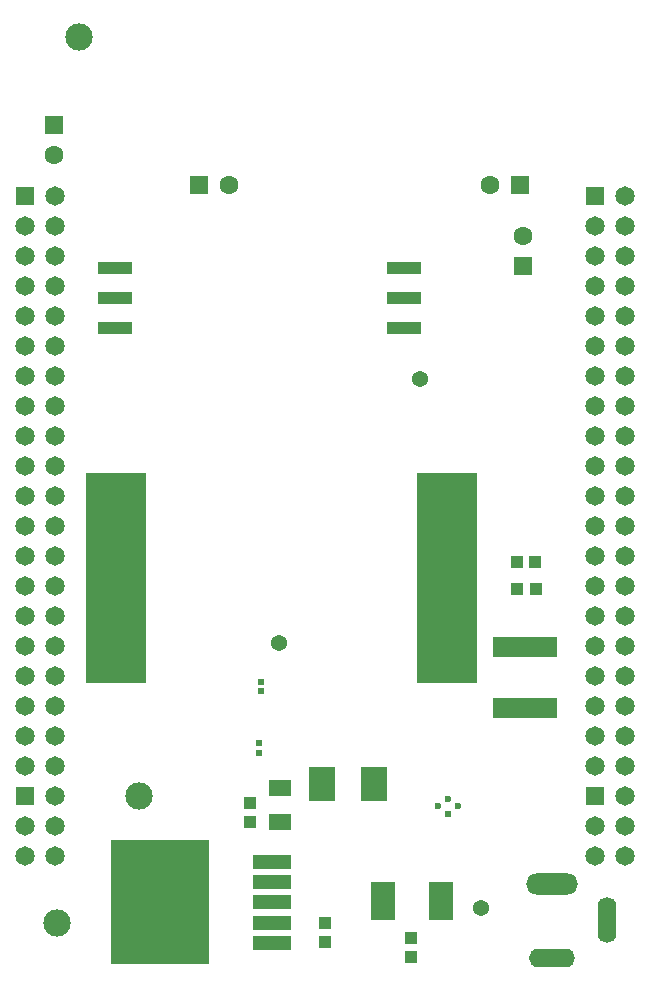
<source format=gbs>
%FSLAX25Y25*%
%MOIN*%
G70*
G01*
G75*
G04 Layer_Color=16711935*
%ADD10R,0.03937X0.03740*%
%ADD11O,0.06299X0.02362*%
%ADD12O,0.02362X0.06299*%
%ADD13R,0.03150X0.02362*%
%ADD14R,0.08661X0.03937*%
%ADD15R,0.04724X0.03937*%
%ADD16O,0.02362X0.00984*%
%ADD17R,0.04724X0.07874*%
%ADD18R,0.03150X0.03150*%
%ADD19R,0.06300X0.05000*%
%ADD20R,0.05906X0.07480*%
%ADD21O,0.00945X0.02362*%
%ADD22R,0.08465X0.06693*%
%ADD23R,0.03740X0.03937*%
%ADD24R,0.02362X0.05906*%
%ADD25C,0.04500*%
%ADD26C,0.03500*%
%ADD27C,0.02000*%
%ADD28C,0.01000*%
%ADD29C,0.06300*%
%ADD30C,0.04000*%
%ADD31C,0.06500*%
%ADD32C,0.06000*%
%ADD33C,0.02200*%
%ADD34R,0.01732X0.00787*%
%ADD35C,0.06000*%
%ADD36O,0.16929X0.06693*%
%ADD37O,0.05906X0.14961*%
%ADD38O,0.14961X0.05906*%
%ADD39C,0.05906*%
%ADD40R,0.05906X0.05906*%
%ADD41C,0.08700*%
%ADD42C,0.06496*%
%ADD43R,0.06496X0.06496*%
%ADD44R,0.05906X0.05906*%
%ADD45C,0.05000*%
%ADD46C,0.02000*%
%ADD47C,0.01969*%
%ADD48R,0.11024X0.03937*%
%ADD49R,0.07284X0.05118*%
%ADD50R,0.07717X0.12402*%
%ADD51R,0.08500X0.10799*%
%ADD52R,0.20866X0.06299*%
%ADD53R,0.12598X0.04134*%
%ADD54R,0.32677X0.41142*%
%ADD55R,0.20079X0.70079*%
%ADD56C,0.01500*%
%ADD57C,0.00799*%
%ADD58C,0.00984*%
%ADD59C,0.00700*%
%ADD60C,0.00701*%
%ADD61C,0.00787*%
%ADD62C,0.00669*%
%ADD63C,0.00800*%
%ADD64C,0.00600*%
%ADD65R,0.00886X0.03937*%
%ADD66R,0.04000X0.02000*%
%ADD67R,0.02000X0.04000*%
%ADD68R,0.10350X0.01000*%
%ADD69R,0.01000X0.11000*%
%ADD70R,0.04433X0.07043*%
%ADD71R,0.02362X0.02756*%
%ADD72R,0.03839X0.06102*%
%ADD73R,0.00000X0.03150*%
%ADD74R,0.00000X0.00000*%
%ADD75R,0.04337X0.04140*%
%ADD76O,0.06699X0.02762*%
%ADD77O,0.02762X0.06699*%
%ADD78R,0.03550X0.02762*%
%ADD79R,0.09061X0.04337*%
%ADD80R,0.05124X0.04337*%
%ADD81O,0.02762X0.01384*%
%ADD82R,0.05124X0.08274*%
%ADD83R,0.03550X0.03550*%
%ADD84R,0.06700X0.05400*%
%ADD85R,0.06306X0.07880*%
%ADD86O,0.01345X0.02762*%
%ADD87R,0.08865X0.07093*%
%ADD88R,0.04140X0.04337*%
%ADD89R,0.02762X0.06306*%
%ADD90R,0.02132X0.01187*%
%ADD91O,0.17329X0.07093*%
%ADD92O,0.06306X0.15361*%
%ADD93O,0.15361X0.06306*%
%ADD94C,0.06306*%
%ADD95R,0.06306X0.06306*%
%ADD96C,0.09100*%
%ADD97R,0.06306X0.06306*%
%ADD98C,0.05400*%
%ADD99C,0.02369*%
%ADD100C,0.02362*%
%ADD101R,0.11424X0.04337*%
%ADD102R,0.07684X0.05518*%
%ADD103R,0.08117X0.12802*%
%ADD104R,0.08900X0.11199*%
%ADD105R,0.21266X0.06699*%
%ADD106R,0.12998X0.04534*%
%ADD107R,0.33077X0.41542*%
%ADD108R,0.20479X0.70479*%
D42*
X17500Y-167500D02*
D03*
X7500D02*
D03*
X17500Y-157500D02*
D03*
X7500D02*
D03*
X17500Y-147500D02*
D03*
X7500D02*
D03*
X17500Y-77500D02*
D03*
X7500Y-87500D02*
D03*
X17500D02*
D03*
X7500Y-97500D02*
D03*
X17500D02*
D03*
X7500Y-107500D02*
D03*
X17500D02*
D03*
X7500Y-117500D02*
D03*
X17500D02*
D03*
X7500Y-127500D02*
D03*
X17500D02*
D03*
X7500Y-137500D02*
D03*
X17500D02*
D03*
X7500Y-177500D02*
D03*
X17500D02*
D03*
X7500Y-187500D02*
D03*
X17500D02*
D03*
X7500Y-197500D02*
D03*
X17500D02*
D03*
X7500Y-207500D02*
D03*
X17500D02*
D03*
X7500Y-217500D02*
D03*
X17500D02*
D03*
X7500Y-227500D02*
D03*
X17500D02*
D03*
X7500Y-237500D02*
D03*
X17500D02*
D03*
X7500Y-247500D02*
D03*
X17500D02*
D03*
X7500Y-257500D02*
D03*
X17500D02*
D03*
X7500Y-267500D02*
D03*
X17500D02*
D03*
X207500Y-167500D02*
D03*
X197500D02*
D03*
X207500Y-157500D02*
D03*
X197500D02*
D03*
X207500Y-147500D02*
D03*
X197500D02*
D03*
X207500Y-77500D02*
D03*
X197500Y-87500D02*
D03*
X207500D02*
D03*
X197500Y-97500D02*
D03*
X207500D02*
D03*
X197500Y-107500D02*
D03*
X207500D02*
D03*
X197500Y-117500D02*
D03*
X207500D02*
D03*
X197500Y-127500D02*
D03*
X207500D02*
D03*
X197500Y-137500D02*
D03*
X207500D02*
D03*
X197500Y-177500D02*
D03*
X207500D02*
D03*
X197500Y-187500D02*
D03*
X207500D02*
D03*
X197500Y-197500D02*
D03*
X207500D02*
D03*
X197500Y-207500D02*
D03*
X207500D02*
D03*
X197500Y-217500D02*
D03*
X207500D02*
D03*
X197500Y-227500D02*
D03*
X207500D02*
D03*
X197500Y-237500D02*
D03*
X207500D02*
D03*
X197500Y-247500D02*
D03*
X207500D02*
D03*
X197500Y-257500D02*
D03*
X207500D02*
D03*
X197500Y-267500D02*
D03*
X207500D02*
D03*
Y-297500D02*
D03*
X197500D02*
D03*
X207500Y-287500D02*
D03*
X197500D02*
D03*
X207500Y-277500D02*
D03*
X17500Y-297500D02*
D03*
X7500D02*
D03*
X17500Y-287500D02*
D03*
X7500D02*
D03*
X17500Y-277500D02*
D03*
D43*
X7500Y-77500D02*
D03*
X197500D02*
D03*
Y-277500D02*
D03*
X7500D02*
D03*
D75*
X177555Y-199500D02*
D03*
X171256D02*
D03*
X177650Y-208500D02*
D03*
X171350D02*
D03*
D88*
X82500Y-279850D02*
D03*
Y-286150D02*
D03*
X107500Y-319850D02*
D03*
Y-326150D02*
D03*
X136000Y-324850D02*
D03*
Y-331150D02*
D03*
D91*
X183000Y-306900D02*
D03*
D92*
X201504Y-318700D02*
D03*
D93*
X183000Y-331500D02*
D03*
D94*
X162500Y-74000D02*
D03*
X75500D02*
D03*
X17000Y-64000D02*
D03*
X173500Y-91000D02*
D03*
D95*
X172500Y-74000D02*
D03*
X65500D02*
D03*
D96*
X45500Y-277500D02*
D03*
X25500Y-24500D02*
D03*
X18000Y-320000D02*
D03*
D97*
X17000Y-54000D02*
D03*
X173500Y-101000D02*
D03*
D98*
X159500Y-315000D02*
D03*
X139000Y-138500D02*
D03*
X92000Y-226500D02*
D03*
D99*
X86000Y-242550D02*
D03*
Y-239450D02*
D03*
X85500Y-263050D02*
D03*
Y-259950D02*
D03*
X148500Y-283362D02*
D03*
D100*
X145252Y-281000D02*
D03*
X148500Y-278638D02*
D03*
X151748Y-281000D02*
D03*
D101*
X133913Y-101646D02*
D03*
Y-111646D02*
D03*
Y-121646D02*
D03*
X37413Y-101646D02*
D03*
Y-111646D02*
D03*
Y-121646D02*
D03*
D102*
X92500Y-274791D02*
D03*
Y-286209D02*
D03*
D103*
X146165Y-312500D02*
D03*
X126835D02*
D03*
D104*
X123701Y-273500D02*
D03*
X106299D02*
D03*
D105*
X174000Y-227764D02*
D03*
Y-248236D02*
D03*
D106*
X89622Y-299614D02*
D03*
Y-306307D02*
D03*
Y-313000D02*
D03*
Y-319693D02*
D03*
Y-326386D02*
D03*
D107*
X52417Y-313000D02*
D03*
D108*
X37893Y-205011D02*
D03*
X148129D02*
D03*
M02*

</source>
